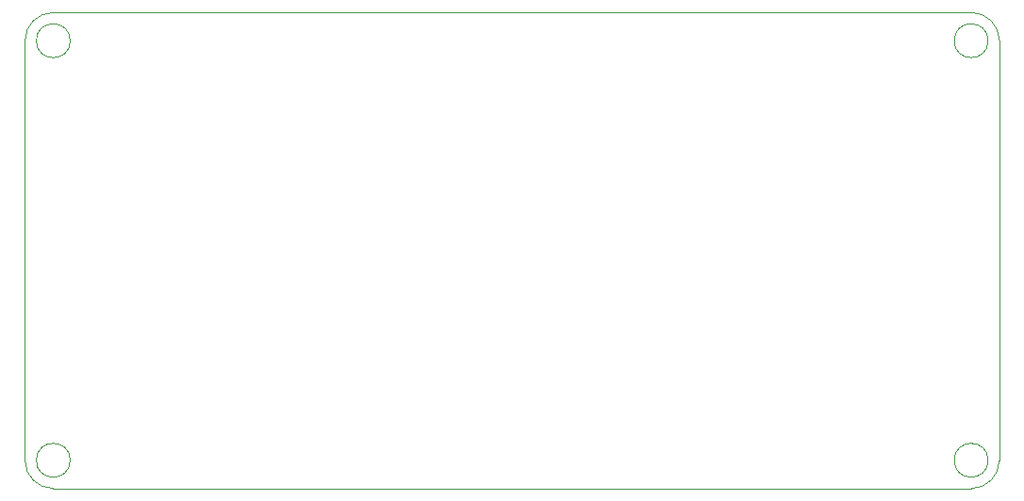
<source format=gm1>
%TF.GenerationSoftware,KiCad,Pcbnew,(6.0.1)*%
%TF.CreationDate,2022-05-05T18:55:06-05:00*%
%TF.ProjectId,RGB_LightsBluetooth,5247425f-4c69-4676-9874-73426c756574,1*%
%TF.SameCoordinates,Original*%
%TF.FileFunction,Profile,NP*%
%FSLAX46Y46*%
G04 Gerber Fmt 4.6, Leading zero omitted, Abs format (unit mm)*
G04 Created by KiCad (PCBNEW (6.0.1)) date 2022-05-05 18:55:06*
%MOMM*%
%LPD*%
G01*
G04 APERTURE LIST*
%TA.AperFunction,Profile*%
%ADD10C,0.100000*%
%TD*%
G04 APERTURE END LIST*
D10*
X203073000Y-105283000D02*
X203073000Y-67564000D01*
X202057000Y-105283000D02*
G75*
G03*
X202057000Y-105283000I-1524000J0D01*
G01*
X202057000Y-67564000D02*
G75*
G03*
X202057000Y-67564000I-1524000J0D01*
G01*
X115570000Y-105283000D02*
G75*
G03*
X118110000Y-107823000I2540001J1D01*
G01*
X118110000Y-65024000D02*
G75*
G03*
X115570000Y-67564000I1J-2540001D01*
G01*
X118110000Y-65024000D02*
X200533000Y-65024000D01*
X119634000Y-67564000D02*
G75*
G03*
X119634000Y-67564000I-1524000J0D01*
G01*
X200533000Y-107823000D02*
X118110000Y-107823000D01*
X115570000Y-105283000D02*
X115570000Y-67564000D01*
X200533000Y-107823000D02*
G75*
G03*
X203073000Y-105283000I-1J2540001D01*
G01*
X119634000Y-105283000D02*
G75*
G03*
X119634000Y-105283000I-1524000J0D01*
G01*
X203073000Y-67564000D02*
G75*
G03*
X200533000Y-65024000I-2540001J-1D01*
G01*
M02*

</source>
